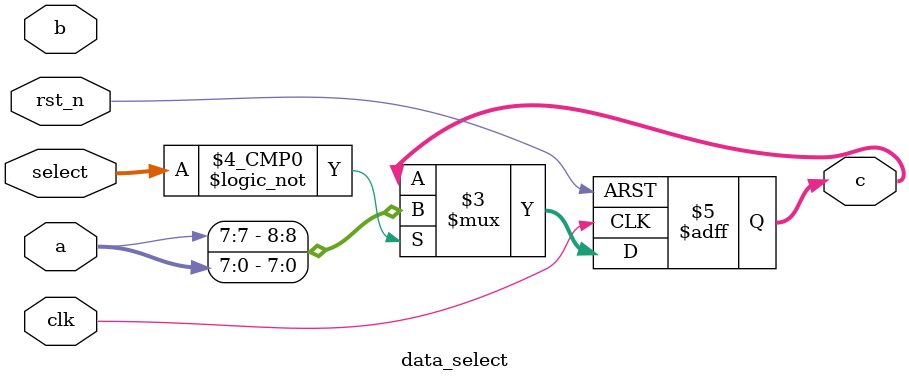
<source format=v>
`timescale 1ns/1ns
module data_select(
	input clk,
	input rst_n,
	input signed[7:0]a,
	input signed[7:0]b,
	input [1:0]select,
	output reg signed [8:0]c
);
reg signed [8:0]c_reg;
always @(posedge clk or negedge rst_n)begin
    if(!rst_n)begin
        c <= 9'b0;
    end
    else begin
    case(select)
    2'b00:begin
        c <= a;
    end
    endcase
    end
end

endmodule
</source>
